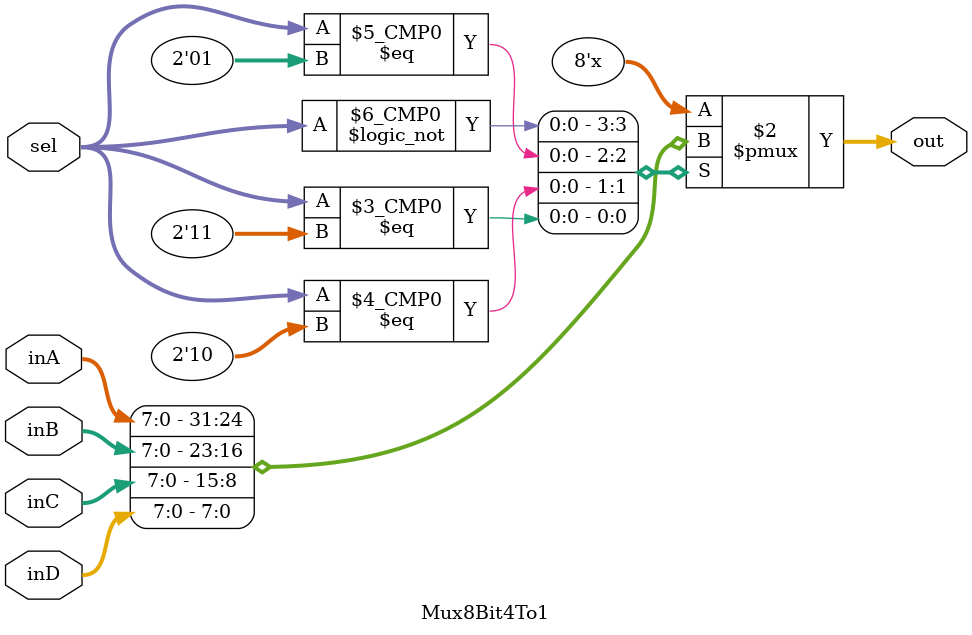
<source format=v>
`timescale 1ns / 1ps


module Mux8Bit4To1(out, inA, inB, inC, inD, sel);

    input [7:0] inA, inB, inC, inD;
    input [1:0] sel;
    
    output reg [7:0] out;
    
    //simple mux which outputs a four bit signal based on a two bit select signal
    always @(*) begin
        case(sel)
            2'b00 : out <= inA;
            2'b01 : out <= inB;
            2'b10 : out <= inC;
            2'b11 : out <= inD;
        endcase
    end

endmodule

</source>
